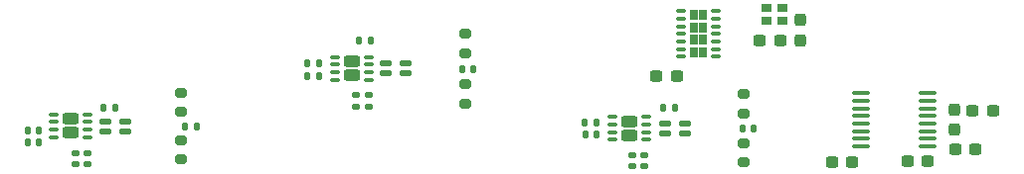
<source format=gbr>
%TF.GenerationSoftware,KiCad,Pcbnew,7.0.8*%
%TF.CreationDate,2024-02-06T22:23:07+01:00*%
%TF.ProjectId,HatV3,48617456-332e-46b6-9963-61645f706362,V2*%
%TF.SameCoordinates,Original*%
%TF.FileFunction,Paste,Top*%
%TF.FilePolarity,Positive*%
%FSLAX46Y46*%
G04 Gerber Fmt 4.6, Leading zero omitted, Abs format (unit mm)*
G04 Created by KiCad (PCBNEW 7.0.8) date 2024-02-06 22:23:07*
%MOMM*%
%LPD*%
G01*
G04 APERTURE LIST*
G04 Aperture macros list*
%AMRoundRect*
0 Rectangle with rounded corners*
0 $1 Rounding radius*
0 $2 $3 $4 $5 $6 $7 $8 $9 X,Y pos of 4 corners*
0 Add a 4 corners polygon primitive as box body*
4,1,4,$2,$3,$4,$5,$6,$7,$8,$9,$2,$3,0*
0 Add four circle primitives for the rounded corners*
1,1,$1+$1,$2,$3*
1,1,$1+$1,$4,$5*
1,1,$1+$1,$6,$7*
1,1,$1+$1,$8,$9*
0 Add four rect primitives between the rounded corners*
20,1,$1+$1,$2,$3,$4,$5,0*
20,1,$1+$1,$4,$5,$6,$7,0*
20,1,$1+$1,$6,$7,$8,$9,0*
20,1,$1+$1,$8,$9,$2,$3,0*%
G04 Aperture macros list end*
%ADD10RoundRect,0.237500X-0.300000X-0.237500X0.300000X-0.237500X0.300000X0.237500X-0.300000X0.237500X0*%
%ADD11RoundRect,0.100000X0.637500X0.100000X-0.637500X0.100000X-0.637500X-0.100000X0.637500X-0.100000X0*%
%ADD12RoundRect,0.140000X-0.170000X0.140000X-0.170000X-0.140000X0.170000X-0.140000X0.170000X0.140000X0*%
%ADD13RoundRect,0.020000X-0.430000X0.180000X-0.430000X-0.180000X0.430000X-0.180000X0.430000X0.180000X0*%
%ADD14RoundRect,0.140000X0.140000X0.170000X-0.140000X0.170000X-0.140000X-0.170000X0.140000X-0.170000X0*%
%ADD15RoundRect,0.140000X-0.140000X-0.170000X0.140000X-0.170000X0.140000X0.170000X-0.140000X0.170000X0*%
%ADD16R,0.660000X0.850000*%
%ADD17O,0.850000X0.350000*%
%ADD18RoundRect,0.200000X-0.275000X0.200000X-0.275000X-0.200000X0.275000X-0.200000X0.275000X0.200000X0*%
%ADD19RoundRect,0.135000X-0.135000X-0.185000X0.135000X-0.185000X0.135000X0.185000X-0.135000X0.185000X0*%
%ADD20RoundRect,0.250000X-0.450000X-0.250000X0.450000X-0.250000X0.450000X0.250000X-0.450000X0.250000X0*%
%ADD21RoundRect,0.075000X-0.350000X-0.075000X0.350000X-0.075000X0.350000X0.075000X-0.350000X0.075000X0*%
%ADD22R,0.900000X0.800000*%
%ADD23RoundRect,0.237500X0.300000X0.237500X-0.300000X0.237500X-0.300000X-0.237500X0.300000X-0.237500X0*%
%ADD24RoundRect,0.237500X-0.237500X0.300000X-0.237500X-0.300000X0.237500X-0.300000X0.237500X0.300000X0*%
%ADD25RoundRect,0.135000X0.135000X0.185000X-0.135000X0.185000X-0.135000X-0.185000X0.135000X-0.185000X0*%
G04 APERTURE END LIST*
D10*
%TO.C,C11*%
X166421900Y-103381000D03*
X168146900Y-103381000D03*
%TD*%
D11*
%TO.C,U6*%
X180746400Y-112423800D03*
X180746400Y-111773800D03*
X180746400Y-111123800D03*
X180746400Y-110473800D03*
X180746400Y-109823800D03*
X180746400Y-109173800D03*
X180746400Y-108523800D03*
X180746400Y-107873800D03*
X175021400Y-107873800D03*
X175021400Y-108523800D03*
X175021400Y-109173800D03*
X175021400Y-109823800D03*
X175021400Y-110473800D03*
X175021400Y-111123800D03*
X175021400Y-111773800D03*
X175021400Y-112423800D03*
%TD*%
D12*
%TO.C,C2*%
X109140822Y-112997822D03*
X109140822Y-113957822D03*
%TD*%
D13*
%TO.C,FL3*%
X158381778Y-110526378D03*
X158381778Y-111326378D03*
X160081778Y-111326378D03*
X160081778Y-110526378D03*
%TD*%
D14*
%TO.C,C21*%
X152499000Y-111379000D03*
X151539000Y-111379000D03*
%TD*%
%TO.C,C8*%
X128851600Y-105283000D03*
X127891600Y-105283000D03*
%TD*%
D15*
%TO.C,C5*%
X117480022Y-110722222D03*
X118440022Y-110722222D03*
%TD*%
D10*
%TO.C,C15*%
X183060000Y-112674400D03*
X184785000Y-112674400D03*
%TD*%
D12*
%TO.C,C7*%
X133110022Y-108062022D03*
X133110022Y-109022022D03*
%TD*%
D13*
%TO.C,FL1*%
X110700022Y-110322222D03*
X110700022Y-111122222D03*
X112400022Y-111122222D03*
X112400022Y-110322222D03*
%TD*%
D12*
%TO.C,C20*%
X156573978Y-113206578D03*
X156573978Y-114166578D03*
%TD*%
D10*
%TO.C,C16*%
X184556400Y-109397800D03*
X186281400Y-109397800D03*
%TD*%
D16*
%TO.C,U5*%
X161602300Y-104393350D03*
X161602300Y-103330850D03*
X161602300Y-102268350D03*
X161602300Y-101205850D03*
X160777300Y-104393350D03*
X160777300Y-103330850D03*
X160777300Y-102268350D03*
X160777300Y-101205850D03*
D17*
X162689800Y-104749600D03*
X162689800Y-104099600D03*
X162689800Y-103449600D03*
X162689800Y-102799600D03*
X162689800Y-102149600D03*
X162689800Y-101499600D03*
X162689800Y-100849600D03*
X159689800Y-100849600D03*
X159689800Y-101499600D03*
X159689800Y-102149600D03*
X159689800Y-102799600D03*
X159689800Y-103449600D03*
X159689800Y-104099600D03*
X159689800Y-104749600D03*
%TD*%
D18*
%TO.C,R6*%
X141314622Y-107114022D03*
X141314622Y-108764022D03*
%TD*%
D15*
%TO.C,C23*%
X164923778Y-110907378D03*
X165883778Y-110907378D03*
%TD*%
D19*
%TO.C,R1*%
X110493222Y-109096622D03*
X111513222Y-109096622D03*
%TD*%
D18*
%TO.C,R9*%
X165050778Y-112177378D03*
X165050778Y-113827378D03*
%TD*%
D12*
%TO.C,C6*%
X132046022Y-108062022D03*
X132046022Y-109022022D03*
%TD*%
D20*
%TO.C,U1*%
X107726422Y-110081222D03*
X107726422Y-111281222D03*
D21*
X106276422Y-109706222D03*
X106276422Y-110356222D03*
X106276422Y-111006222D03*
X106276422Y-111656222D03*
X109176422Y-111656222D03*
X109176422Y-111006222D03*
X109176422Y-110356222D03*
X109176422Y-109706222D03*
%TD*%
D18*
%TO.C,R8*%
X165050778Y-107987378D03*
X165050778Y-109637378D03*
%TD*%
D22*
%TO.C,Y1*%
X168348800Y-100607000D03*
X166948800Y-100607000D03*
X166948800Y-101707000D03*
X168348800Y-101707000D03*
%TD*%
D12*
%TO.C,C19*%
X155557978Y-113178578D03*
X155557978Y-114138578D03*
%TD*%
D23*
%TO.C,C17*%
X180719900Y-113665000D03*
X178994900Y-113665000D03*
%TD*%
D18*
%TO.C,R5*%
X141365422Y-102796022D03*
X141365422Y-104446022D03*
%TD*%
D23*
%TO.C,C14*%
X174294800Y-113817400D03*
X172569800Y-113817400D03*
%TD*%
D14*
%TO.C,C22*%
X152471000Y-110363000D03*
X151511000Y-110363000D03*
%TD*%
D24*
%TO.C,C12*%
X169875200Y-101630600D03*
X169875200Y-103355600D03*
%TD*%
D14*
%TO.C,C3*%
X105029000Y-112064800D03*
X104069000Y-112064800D03*
%TD*%
D18*
%TO.C,R2*%
X117157822Y-107853022D03*
X117157822Y-109503022D03*
%TD*%
%TO.C,R3*%
X117157822Y-111917022D03*
X117157822Y-113567022D03*
%TD*%
D19*
%TO.C,R7*%
X158222978Y-109114578D03*
X159242978Y-109114578D03*
%TD*%
D14*
%TO.C,C4*%
X105029000Y-111048800D03*
X104069000Y-111048800D03*
%TD*%
D15*
%TO.C,C10*%
X141073422Y-105796022D03*
X142033422Y-105796022D03*
%TD*%
D24*
%TO.C,C18*%
X183032400Y-109271900D03*
X183032400Y-110996900D03*
%TD*%
D23*
%TO.C,C13*%
X159333100Y-106400600D03*
X157608100Y-106400600D03*
%TD*%
D20*
%TO.C,U7*%
X155303978Y-110303578D03*
X155303978Y-111503578D03*
D21*
X153853978Y-109928578D03*
X153853978Y-110578578D03*
X153853978Y-111228578D03*
X153853978Y-111878578D03*
X156753978Y-111878578D03*
X156753978Y-111228578D03*
X156753978Y-110578578D03*
X156753978Y-109928578D03*
%TD*%
D14*
%TO.C,C9*%
X128851600Y-106426000D03*
X127891600Y-106426000D03*
%TD*%
D25*
%TO.C,R4*%
X133275800Y-103352600D03*
X132255800Y-103352600D03*
%TD*%
D12*
%TO.C,C1*%
X108124822Y-112997822D03*
X108124822Y-113957822D03*
%TD*%
D13*
%TO.C,FL2*%
X134585022Y-105354622D03*
X134585022Y-106154622D03*
X136285022Y-106154622D03*
X136285022Y-105354622D03*
%TD*%
D20*
%TO.C,U3*%
X131660022Y-105155022D03*
X131660022Y-106355022D03*
D21*
X130210022Y-104780022D03*
X130210022Y-105430022D03*
X130210022Y-106080022D03*
X130210022Y-106730022D03*
X133110022Y-106730022D03*
X133110022Y-106080022D03*
X133110022Y-105430022D03*
X133110022Y-104780022D03*
%TD*%
M02*

</source>
